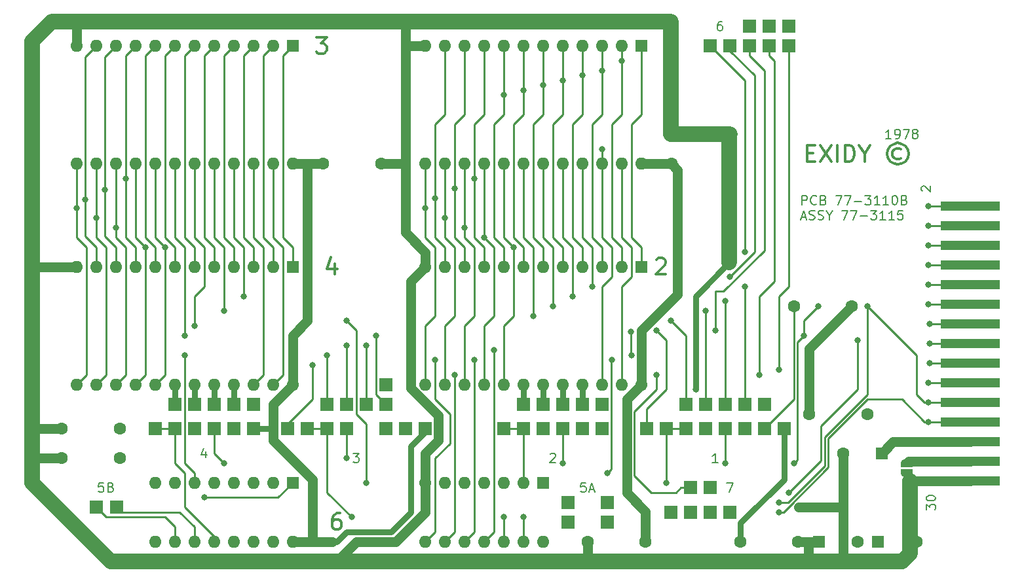
<source format=gtl>
G04 #@! TF.GenerationSoftware,KiCad,Pcbnew,(6.0.0)*
G04 #@! TF.CreationDate,2022-11-09T00:48:37-05:00*
G04 #@! TF.ProjectId,Sorcerer Rom Pack,536f7263-6572-4657-9220-526f6d205061,rev?*
G04 #@! TF.SameCoordinates,Original*
G04 #@! TF.FileFunction,Copper,L1,Top*
G04 #@! TF.FilePolarity,Positive*
%FSLAX46Y46*%
G04 Gerber Fmt 4.6, Leading zero omitted, Abs format (unit mm)*
G04 Created by KiCad (PCBNEW (6.0.0)) date 2022-11-09 00:48:37*
%MOMM*%
%LPD*%
G01*
G04 APERTURE LIST*
G04 Aperture macros list*
%AMFreePoly0*
4,1,22,0.500000,-0.750000,0.000000,-0.750000,0.000000,-0.745033,-0.079941,-0.743568,-0.215256,-0.701293,-0.333266,-0.622738,-0.424486,-0.514219,-0.481581,-0.384460,-0.499164,-0.250000,-0.500000,-0.250000,-0.500000,0.250000,-0.499164,0.250000,-0.499963,0.256109,-0.478152,0.396186,-0.417904,0.524511,-0.324060,0.630769,-0.204165,0.706417,-0.067858,0.745374,0.000000,0.744959,0.000000,0.750000,
0.500000,0.750000,0.500000,-0.750000,0.500000,-0.750000,$1*%
%AMFreePoly1*
4,1,20,0.000000,0.744959,0.073905,0.744508,0.209726,0.703889,0.328688,0.626782,0.421226,0.519385,0.479903,0.390333,0.500000,0.250000,0.500000,-0.250000,0.499851,-0.262216,0.476331,-0.402017,0.414519,-0.529596,0.319384,-0.634700,0.198574,-0.708877,0.061801,-0.746166,0.000000,-0.745033,0.000000,-0.750000,-0.500000,-0.750000,-0.500000,0.750000,0.000000,0.750000,0.000000,0.744959,
0.000000,0.744959,$1*%
G04 Aperture macros list end*
%ADD10C,0.200000*%
G04 #@! TA.AperFunction,NonConductor*
%ADD11C,0.200000*%
G04 #@! TD*
%ADD12C,0.350000*%
G04 #@! TA.AperFunction,NonConductor*
%ADD13C,0.350000*%
G04 #@! TD*
G04 #@! TA.AperFunction,ComponentPad*
%ADD14R,1.700000X1.700000*%
G04 #@! TD*
G04 #@! TA.AperFunction,ComponentPad*
%ADD15R,1.600000X1.600000*%
G04 #@! TD*
G04 #@! TA.AperFunction,ComponentPad*
%ADD16O,1.600000X1.600000*%
G04 #@! TD*
G04 #@! TA.AperFunction,ConnectorPad*
%ADD17R,7.600000X1.270000*%
G04 #@! TD*
G04 #@! TA.AperFunction,ComponentPad*
%ADD18C,1.600000*%
G04 #@! TD*
G04 #@! TA.AperFunction,SMDPad,CuDef*
%ADD19FreePoly0,90.000000*%
G04 #@! TD*
G04 #@! TA.AperFunction,SMDPad,CuDef*
%ADD20FreePoly1,90.000000*%
G04 #@! TD*
G04 #@! TA.AperFunction,ViaPad*
%ADD21C,0.800000*%
G04 #@! TD*
G04 #@! TA.AperFunction,Conductor*
%ADD22C,0.800000*%
G04 #@! TD*
G04 #@! TA.AperFunction,Conductor*
%ADD23C,1.270000*%
G04 #@! TD*
G04 #@! TA.AperFunction,Conductor*
%ADD24C,0.250000*%
G04 #@! TD*
G04 #@! TA.AperFunction,Conductor*
%ADD25C,2.000000*%
G04 #@! TD*
G04 APERTURE END LIST*
D10*
D11*
X171230714Y-95461857D02*
X171230714Y-94261857D01*
X171687857Y-94261857D01*
X171802142Y-94319000D01*
X171859285Y-94376142D01*
X171916428Y-94490428D01*
X171916428Y-94661857D01*
X171859285Y-94776142D01*
X171802142Y-94833285D01*
X171687857Y-94890428D01*
X171230714Y-94890428D01*
X173116428Y-95347571D02*
X173059285Y-95404714D01*
X172887857Y-95461857D01*
X172773571Y-95461857D01*
X172602142Y-95404714D01*
X172487857Y-95290428D01*
X172430714Y-95176142D01*
X172373571Y-94947571D01*
X172373571Y-94776142D01*
X172430714Y-94547571D01*
X172487857Y-94433285D01*
X172602142Y-94319000D01*
X172773571Y-94261857D01*
X172887857Y-94261857D01*
X173059285Y-94319000D01*
X173116428Y-94376142D01*
X174030714Y-94833285D02*
X174202142Y-94890428D01*
X174259285Y-94947571D01*
X174316428Y-95061857D01*
X174316428Y-95233285D01*
X174259285Y-95347571D01*
X174202142Y-95404714D01*
X174087857Y-95461857D01*
X173630714Y-95461857D01*
X173630714Y-94261857D01*
X174030714Y-94261857D01*
X174145000Y-94319000D01*
X174202142Y-94376142D01*
X174259285Y-94490428D01*
X174259285Y-94604714D01*
X174202142Y-94719000D01*
X174145000Y-94776142D01*
X174030714Y-94833285D01*
X173630714Y-94833285D01*
X175630714Y-94261857D02*
X176430714Y-94261857D01*
X175916428Y-95461857D01*
X176773571Y-94261857D02*
X177573571Y-94261857D01*
X177059285Y-95461857D01*
X178030714Y-95004714D02*
X178945000Y-95004714D01*
X179402142Y-94261857D02*
X180145000Y-94261857D01*
X179745000Y-94719000D01*
X179916428Y-94719000D01*
X180030714Y-94776142D01*
X180087857Y-94833285D01*
X180145000Y-94947571D01*
X180145000Y-95233285D01*
X180087857Y-95347571D01*
X180030714Y-95404714D01*
X179916428Y-95461857D01*
X179573571Y-95461857D01*
X179459285Y-95404714D01*
X179402142Y-95347571D01*
X181287857Y-95461857D02*
X180602142Y-95461857D01*
X180945000Y-95461857D02*
X180945000Y-94261857D01*
X180830714Y-94433285D01*
X180716428Y-94547571D01*
X180602142Y-94604714D01*
X182430714Y-95461857D02*
X181745000Y-95461857D01*
X182087857Y-95461857D02*
X182087857Y-94261857D01*
X181973571Y-94433285D01*
X181859285Y-94547571D01*
X181745000Y-94604714D01*
X183173571Y-94261857D02*
X183287857Y-94261857D01*
X183402142Y-94319000D01*
X183459285Y-94376142D01*
X183516428Y-94490428D01*
X183573571Y-94719000D01*
X183573571Y-95004714D01*
X183516428Y-95233285D01*
X183459285Y-95347571D01*
X183402142Y-95404714D01*
X183287857Y-95461857D01*
X183173571Y-95461857D01*
X183059285Y-95404714D01*
X183002142Y-95347571D01*
X182945000Y-95233285D01*
X182887857Y-95004714D01*
X182887857Y-94719000D01*
X182945000Y-94490428D01*
X183002142Y-94376142D01*
X183059285Y-94319000D01*
X183173571Y-94261857D01*
X184487857Y-94833285D02*
X184659285Y-94890428D01*
X184716428Y-94947571D01*
X184773571Y-95061857D01*
X184773571Y-95233285D01*
X184716428Y-95347571D01*
X184659285Y-95404714D01*
X184545000Y-95461857D01*
X184087857Y-95461857D01*
X184087857Y-94261857D01*
X184487857Y-94261857D01*
X184602142Y-94319000D01*
X184659285Y-94376142D01*
X184716428Y-94490428D01*
X184716428Y-94604714D01*
X184659285Y-94719000D01*
X184602142Y-94776142D01*
X184487857Y-94833285D01*
X184087857Y-94833285D01*
X171173571Y-97051000D02*
X171745000Y-97051000D01*
X171059285Y-97393857D02*
X171459285Y-96193857D01*
X171859285Y-97393857D01*
X172202142Y-97336714D02*
X172373571Y-97393857D01*
X172659285Y-97393857D01*
X172773571Y-97336714D01*
X172830714Y-97279571D01*
X172887857Y-97165285D01*
X172887857Y-97051000D01*
X172830714Y-96936714D01*
X172773571Y-96879571D01*
X172659285Y-96822428D01*
X172430714Y-96765285D01*
X172316428Y-96708142D01*
X172259285Y-96651000D01*
X172202142Y-96536714D01*
X172202142Y-96422428D01*
X172259285Y-96308142D01*
X172316428Y-96251000D01*
X172430714Y-96193857D01*
X172716428Y-96193857D01*
X172887857Y-96251000D01*
X173345000Y-97336714D02*
X173516428Y-97393857D01*
X173802142Y-97393857D01*
X173916428Y-97336714D01*
X173973571Y-97279571D01*
X174030714Y-97165285D01*
X174030714Y-97051000D01*
X173973571Y-96936714D01*
X173916428Y-96879571D01*
X173802142Y-96822428D01*
X173573571Y-96765285D01*
X173459285Y-96708142D01*
X173402142Y-96651000D01*
X173345000Y-96536714D01*
X173345000Y-96422428D01*
X173402142Y-96308142D01*
X173459285Y-96251000D01*
X173573571Y-96193857D01*
X173859285Y-96193857D01*
X174030714Y-96251000D01*
X174773571Y-96822428D02*
X174773571Y-97393857D01*
X174373571Y-96193857D02*
X174773571Y-96822428D01*
X175173571Y-96193857D01*
X176373571Y-96193857D02*
X177173571Y-96193857D01*
X176659285Y-97393857D01*
X177516428Y-96193857D02*
X178316428Y-96193857D01*
X177802142Y-97393857D01*
X178773571Y-96936714D02*
X179687857Y-96936714D01*
X180145000Y-96193857D02*
X180887857Y-96193857D01*
X180487857Y-96651000D01*
X180659285Y-96651000D01*
X180773571Y-96708142D01*
X180830714Y-96765285D01*
X180887857Y-96879571D01*
X180887857Y-97165285D01*
X180830714Y-97279571D01*
X180773571Y-97336714D01*
X180659285Y-97393857D01*
X180316428Y-97393857D01*
X180202142Y-97336714D01*
X180145000Y-97279571D01*
X182030714Y-97393857D02*
X181345000Y-97393857D01*
X181687857Y-97393857D02*
X181687857Y-96193857D01*
X181573571Y-96365285D01*
X181459285Y-96479571D01*
X181345000Y-96536714D01*
X183173571Y-97393857D02*
X182487857Y-97393857D01*
X182830714Y-97393857D02*
X182830714Y-96193857D01*
X182716428Y-96365285D01*
X182602142Y-96479571D01*
X182487857Y-96536714D01*
X184259285Y-96193857D02*
X183687857Y-96193857D01*
X183630714Y-96765285D01*
X183687857Y-96708142D01*
X183802142Y-96651000D01*
X184087857Y-96651000D01*
X184202142Y-96708142D01*
X184259285Y-96765285D01*
X184316428Y-96879571D01*
X184316428Y-97165285D01*
X184259285Y-97279571D01*
X184202142Y-97336714D01*
X184087857Y-97393857D01*
X183802142Y-97393857D01*
X183687857Y-97336714D01*
X183630714Y-97279571D01*
D10*
D11*
X186782142Y-93687857D02*
X186725000Y-93630714D01*
X186667857Y-93516428D01*
X186667857Y-93230714D01*
X186725000Y-93116428D01*
X186782142Y-93059285D01*
X186896428Y-93002142D01*
X187010714Y-93002142D01*
X187182142Y-93059285D01*
X187867857Y-93745000D01*
X187867857Y-93002142D01*
D12*
D13*
X108520000Y-73780000D02*
X109820000Y-73780000D01*
X109120000Y-74580000D01*
X109420000Y-74580000D01*
X109620000Y-74680000D01*
X109720000Y-74780000D01*
X109820000Y-74980000D01*
X109820000Y-75480000D01*
X109720000Y-75680000D01*
X109620000Y-75780000D01*
X109420000Y-75880000D01*
X108820000Y-75880000D01*
X108620000Y-75780000D01*
X108520000Y-75680000D01*
D10*
D11*
X80965714Y-131422857D02*
X80394285Y-131422857D01*
X80337142Y-131994285D01*
X80394285Y-131937142D01*
X80508571Y-131880000D01*
X80794285Y-131880000D01*
X80908571Y-131937142D01*
X80965714Y-131994285D01*
X81022857Y-132108571D01*
X81022857Y-132394285D01*
X80965714Y-132508571D01*
X80908571Y-132565714D01*
X80794285Y-132622857D01*
X80508571Y-132622857D01*
X80394285Y-132565714D01*
X80337142Y-132508571D01*
X81937142Y-131994285D02*
X82108571Y-132051428D01*
X82165714Y-132108571D01*
X82222857Y-132222857D01*
X82222857Y-132394285D01*
X82165714Y-132508571D01*
X82108571Y-132565714D01*
X81994285Y-132622857D01*
X81537142Y-132622857D01*
X81537142Y-131422857D01*
X81937142Y-131422857D01*
X82051428Y-131480000D01*
X82108571Y-131537142D01*
X82165714Y-131651428D01*
X82165714Y-131765714D01*
X82108571Y-131880000D01*
X82051428Y-131937142D01*
X81937142Y-131994285D01*
X81537142Y-131994285D01*
D12*
D13*
X171935000Y-88750000D02*
X172635000Y-88750000D01*
X172935000Y-89850000D02*
X171935000Y-89850000D01*
X171935000Y-87750000D01*
X172935000Y-87750000D01*
X173635000Y-87750000D02*
X175035000Y-89850000D01*
X175035000Y-87750000D02*
X173635000Y-89850000D01*
X175835000Y-89850000D02*
X175835000Y-87750000D01*
X176835000Y-89850000D02*
X176835000Y-87750000D01*
X177335000Y-87750000D01*
X177635000Y-87850000D01*
X177835000Y-88050000D01*
X177935000Y-88250000D01*
X178035000Y-88650000D01*
X178035000Y-88950000D01*
X177935000Y-89350000D01*
X177835000Y-89550000D01*
X177635000Y-89750000D01*
X177335000Y-89850000D01*
X176835000Y-89850000D01*
X179335000Y-88850000D02*
X179335000Y-89850000D01*
X178635000Y-87750000D02*
X179335000Y-88850000D01*
X180035000Y-87750000D01*
X184035000Y-88250000D02*
X183835000Y-88150000D01*
X183435000Y-88150000D01*
X183235000Y-88250000D01*
X183035000Y-88450000D01*
X182935000Y-88650000D01*
X182935000Y-89050000D01*
X183035000Y-89250000D01*
X183235000Y-89450000D01*
X183435000Y-89550000D01*
X183835000Y-89550000D01*
X184035000Y-89450000D01*
X183635000Y-87450000D02*
X183135000Y-87550000D01*
X182635000Y-87850000D01*
X182335000Y-88350000D01*
X182235000Y-88850000D01*
X182335000Y-89350000D01*
X182635000Y-89850000D01*
X183135000Y-90150000D01*
X183635000Y-90250000D01*
X184135000Y-90150000D01*
X184635000Y-89850000D01*
X184935000Y-89350000D01*
X185035000Y-88850000D01*
X184935000Y-88350000D01*
X184635000Y-87850000D01*
X184135000Y-87550000D01*
X183635000Y-87450000D01*
D12*
D13*
X110890000Y-103050000D02*
X110890000Y-104450000D01*
X110390000Y-102250000D02*
X109890000Y-103750000D01*
X111190000Y-103750000D01*
D12*
D13*
X152435000Y-102555000D02*
X152535000Y-102455000D01*
X152735000Y-102355000D01*
X153235000Y-102355000D01*
X153435000Y-102455000D01*
X153535000Y-102555000D01*
X153635000Y-102755000D01*
X153635000Y-102955000D01*
X153535000Y-103255000D01*
X152335000Y-104455000D01*
X153635000Y-104455000D01*
D10*
D11*
X160883571Y-71732857D02*
X160655000Y-71732857D01*
X160540714Y-71790000D01*
X160483571Y-71847142D01*
X160369285Y-72018571D01*
X160312142Y-72247142D01*
X160312142Y-72704285D01*
X160369285Y-72818571D01*
X160426428Y-72875714D01*
X160540714Y-72932857D01*
X160769285Y-72932857D01*
X160883571Y-72875714D01*
X160940714Y-72818571D01*
X160997857Y-72704285D01*
X160997857Y-72418571D01*
X160940714Y-72304285D01*
X160883571Y-72247142D01*
X160769285Y-72190000D01*
X160540714Y-72190000D01*
X160426428Y-72247142D01*
X160369285Y-72304285D01*
X160312142Y-72418571D01*
D10*
D11*
X160362857Y-128812857D02*
X159677142Y-128812857D01*
X160020000Y-128812857D02*
X160020000Y-127612857D01*
X159905714Y-127784285D01*
X159791428Y-127898571D01*
X159677142Y-127955714D01*
D10*
D11*
X182778571Y-86902857D02*
X182092857Y-86902857D01*
X182435714Y-86902857D02*
X182435714Y-85702857D01*
X182321428Y-85874285D01*
X182207142Y-85988571D01*
X182092857Y-86045714D01*
X183350000Y-86902857D02*
X183578571Y-86902857D01*
X183692857Y-86845714D01*
X183750000Y-86788571D01*
X183864285Y-86617142D01*
X183921428Y-86388571D01*
X183921428Y-85931428D01*
X183864285Y-85817142D01*
X183807142Y-85760000D01*
X183692857Y-85702857D01*
X183464285Y-85702857D01*
X183350000Y-85760000D01*
X183292857Y-85817142D01*
X183235714Y-85931428D01*
X183235714Y-86217142D01*
X183292857Y-86331428D01*
X183350000Y-86388571D01*
X183464285Y-86445714D01*
X183692857Y-86445714D01*
X183807142Y-86388571D01*
X183864285Y-86331428D01*
X183921428Y-86217142D01*
X184321428Y-85702857D02*
X185121428Y-85702857D01*
X184607142Y-86902857D01*
X185750000Y-86217142D02*
X185635714Y-86160000D01*
X185578571Y-86102857D01*
X185521428Y-85988571D01*
X185521428Y-85931428D01*
X185578571Y-85817142D01*
X185635714Y-85760000D01*
X185750000Y-85702857D01*
X185978571Y-85702857D01*
X186092857Y-85760000D01*
X186150000Y-85817142D01*
X186207142Y-85931428D01*
X186207142Y-85988571D01*
X186150000Y-86102857D01*
X186092857Y-86160000D01*
X185978571Y-86217142D01*
X185750000Y-86217142D01*
X185635714Y-86274285D01*
X185578571Y-86331428D01*
X185521428Y-86445714D01*
X185521428Y-86674285D01*
X185578571Y-86788571D01*
X185635714Y-86845714D01*
X185750000Y-86902857D01*
X185978571Y-86902857D01*
X186092857Y-86845714D01*
X186150000Y-86788571D01*
X186207142Y-86674285D01*
X186207142Y-86445714D01*
X186150000Y-86331428D01*
X186092857Y-86274285D01*
X185978571Y-86217142D01*
D10*
D11*
X113265000Y-127612857D02*
X114007857Y-127612857D01*
X113607857Y-128070000D01*
X113779285Y-128070000D01*
X113893571Y-128127142D01*
X113950714Y-128184285D01*
X114007857Y-128298571D01*
X114007857Y-128584285D01*
X113950714Y-128698571D01*
X113893571Y-128755714D01*
X113779285Y-128812857D01*
X113436428Y-128812857D01*
X113322142Y-128755714D01*
X113265000Y-128698571D01*
D10*
D11*
X138722142Y-127727142D02*
X138779285Y-127670000D01*
X138893571Y-127612857D01*
X139179285Y-127612857D01*
X139293571Y-127670000D01*
X139350714Y-127727142D01*
X139407857Y-127841428D01*
X139407857Y-127955714D01*
X139350714Y-128127142D01*
X138665000Y-128812857D01*
X139407857Y-128812857D01*
D12*
D13*
X111525000Y-135375000D02*
X111125000Y-135375000D01*
X110925000Y-135475000D01*
X110825000Y-135575000D01*
X110625000Y-135875000D01*
X110525000Y-136275000D01*
X110525000Y-137075000D01*
X110625000Y-137275000D01*
X110725000Y-137375000D01*
X110925000Y-137475000D01*
X111325000Y-137475000D01*
X111525000Y-137375000D01*
X111625000Y-137275000D01*
X111725000Y-137075000D01*
X111725000Y-136575000D01*
X111625000Y-136375000D01*
X111525000Y-136275000D01*
X111325000Y-136175000D01*
X110925000Y-136175000D01*
X110725000Y-136275000D01*
X110625000Y-136375000D01*
X110525000Y-136575000D01*
D10*
D11*
X161525000Y-131422857D02*
X162325000Y-131422857D01*
X161810714Y-132622857D01*
D10*
D11*
X143281428Y-131422857D02*
X142710000Y-131422857D01*
X142652857Y-131994285D01*
X142710000Y-131937142D01*
X142824285Y-131880000D01*
X143110000Y-131880000D01*
X143224285Y-131937142D01*
X143281428Y-131994285D01*
X143338571Y-132108571D01*
X143338571Y-132394285D01*
X143281428Y-132508571D01*
X143224285Y-132565714D01*
X143110000Y-132622857D01*
X142824285Y-132622857D01*
X142710000Y-132565714D01*
X142652857Y-132508571D01*
X143795714Y-132280000D02*
X144367142Y-132280000D01*
X143681428Y-132622857D02*
X144081428Y-131422857D01*
X144481428Y-132622857D01*
D10*
D11*
X94208571Y-127377857D02*
X94208571Y-128177857D01*
X93922857Y-126920714D02*
X93637142Y-127777857D01*
X94380000Y-127777857D01*
D10*
D11*
X187302857Y-134956428D02*
X187302857Y-134213571D01*
X187760000Y-134613571D01*
X187760000Y-134442142D01*
X187817142Y-134327857D01*
X187874285Y-134270714D01*
X187988571Y-134213571D01*
X188274285Y-134213571D01*
X188388571Y-134270714D01*
X188445714Y-134327857D01*
X188502857Y-134442142D01*
X188502857Y-134785000D01*
X188445714Y-134899285D01*
X188388571Y-134956428D01*
X187302857Y-133470714D02*
X187302857Y-133356428D01*
X187360000Y-133242142D01*
X187417142Y-133185000D01*
X187531428Y-133127857D01*
X187760000Y-133070714D01*
X188045714Y-133070714D01*
X188274285Y-133127857D01*
X188388571Y-133185000D01*
X188445714Y-133242142D01*
X188502857Y-133356428D01*
X188502857Y-133470714D01*
X188445714Y-133585000D01*
X188388571Y-133642142D01*
X188274285Y-133699285D01*
X188045714Y-133756428D01*
X187760000Y-133756428D01*
X187531428Y-133699285D01*
X187417142Y-133642142D01*
X187360000Y-133585000D01*
X187302857Y-133470714D01*
D14*
X100330000Y-121285000D03*
X161925000Y-74930000D03*
X146050000Y-136525000D03*
X100330000Y-124460000D03*
D15*
X105410000Y-131445000D03*
D16*
X102870000Y-131445000D03*
X100330000Y-131445000D03*
X97790000Y-131445000D03*
X95250000Y-131445000D03*
X92710000Y-131445000D03*
X90170000Y-131445000D03*
X87630000Y-131445000D03*
X87630000Y-139065000D03*
X90170000Y-139065000D03*
X92710000Y-139065000D03*
X95250000Y-139065000D03*
X97790000Y-139065000D03*
X100330000Y-139065000D03*
X102870000Y-139065000D03*
X105410000Y-139065000D03*
D14*
X140970000Y-136525000D03*
X97790000Y-124460000D03*
X161290000Y-121285000D03*
X140335000Y-121285000D03*
X153670000Y-124460000D03*
D17*
X192985000Y-95660000D03*
X192985000Y-98200000D03*
X192985000Y-100740000D03*
X192985000Y-103280000D03*
X192985000Y-105820000D03*
X192985000Y-108360000D03*
X192985000Y-110900000D03*
X192985000Y-113440000D03*
X192985000Y-115980000D03*
X192985000Y-118520000D03*
X192985000Y-121060000D03*
X192985000Y-123600000D03*
X192985000Y-126140000D03*
X192985000Y-128680000D03*
X192985000Y-131220000D03*
D14*
X122555000Y-124460000D03*
D15*
X150500000Y-74925000D03*
D16*
X147960000Y-74925000D03*
X145420000Y-74925000D03*
X142880000Y-74925000D03*
X140340000Y-74925000D03*
X137800000Y-74925000D03*
X135260000Y-74925000D03*
X132720000Y-74925000D03*
X130180000Y-74925000D03*
X127640000Y-74925000D03*
X125100000Y-74925000D03*
X122560000Y-74925000D03*
X122560000Y-90165000D03*
X125100000Y-90165000D03*
X127640000Y-90165000D03*
X130180000Y-90165000D03*
X132720000Y-90165000D03*
X135260000Y-90165000D03*
X137800000Y-90165000D03*
X140340000Y-90165000D03*
X142880000Y-90165000D03*
X145420000Y-90165000D03*
X147960000Y-90165000D03*
X150500000Y-90165000D03*
D14*
X82695000Y-134620000D03*
X164465000Y-72390000D03*
X159385000Y-132080000D03*
X166370000Y-121285000D03*
D18*
X83065000Y-124460000D03*
X75565000Y-124460000D03*
D14*
X135255000Y-124460000D03*
X145415000Y-124460000D03*
X87630000Y-124460000D03*
X167005000Y-74930000D03*
X117475000Y-121285000D03*
D18*
X177680000Y-108585000D03*
X170180000Y-108585000D03*
D14*
X163830000Y-124460000D03*
X95250000Y-121285000D03*
X166370000Y-124460000D03*
X92710000Y-124460000D03*
X112395000Y-121285000D03*
X104775000Y-124460000D03*
X142875000Y-121285000D03*
X92710000Y-121285000D03*
X90170000Y-124460000D03*
X156845000Y-135255000D03*
X90170000Y-121285000D03*
X117475000Y-118745000D03*
X132715000Y-124460000D03*
X151130000Y-124460000D03*
X140970000Y-133985000D03*
X135255000Y-121285000D03*
X137795000Y-121285000D03*
X156845000Y-132080000D03*
X142875000Y-124460000D03*
D15*
X105410000Y-103500000D03*
D16*
X102870000Y-103500000D03*
X100330000Y-103500000D03*
X97790000Y-103500000D03*
X95250000Y-103500000D03*
X92710000Y-103500000D03*
X90170000Y-103500000D03*
X87630000Y-103500000D03*
X85090000Y-103500000D03*
X82550000Y-103500000D03*
X80010000Y-103500000D03*
X77470000Y-103500000D03*
X77470000Y-118740000D03*
X80010000Y-118740000D03*
X82550000Y-118740000D03*
X85090000Y-118740000D03*
X87630000Y-118740000D03*
X90170000Y-118740000D03*
X92710000Y-118740000D03*
X95250000Y-118740000D03*
X97790000Y-118740000D03*
X100330000Y-118740000D03*
X102870000Y-118740000D03*
X105410000Y-118740000D03*
D14*
X114935000Y-121285000D03*
X168910000Y-124460000D03*
X140335000Y-124460000D03*
X109855000Y-121285000D03*
X159385000Y-74930000D03*
X154305000Y-135255000D03*
X161290000Y-124460000D03*
X137795000Y-124460000D03*
D18*
X154365000Y-90170000D03*
X161865000Y-90170000D03*
D14*
X117475000Y-124460000D03*
X156210000Y-121285000D03*
X167005000Y-72390000D03*
X95250000Y-124460000D03*
X146050000Y-133985000D03*
X112395000Y-124460000D03*
X158750000Y-121285000D03*
X163830000Y-121285000D03*
X109855000Y-124460000D03*
X145415000Y-121285000D03*
D15*
X137800000Y-131455000D03*
D16*
X135260000Y-131455000D03*
X132720000Y-131455000D03*
X130180000Y-131455000D03*
X127640000Y-131455000D03*
X125100000Y-131455000D03*
X122560000Y-131455000D03*
X122560000Y-139075000D03*
X125100000Y-139075000D03*
X127640000Y-139075000D03*
X130180000Y-139075000D03*
X132720000Y-139075000D03*
X135260000Y-139075000D03*
X137800000Y-139075000D03*
D14*
X169545000Y-72390000D03*
X80010000Y-134620000D03*
D15*
X173395000Y-139065000D03*
D18*
X178395000Y-139065000D03*
X109340000Y-90170000D03*
X116840000Y-90170000D03*
D14*
X156210000Y-124460000D03*
X159385000Y-135255000D03*
D19*
X184785000Y-130190000D03*
D20*
X184785000Y-128890000D03*
D14*
X161925000Y-135255000D03*
X107315000Y-124460000D03*
D15*
X105410000Y-74930000D03*
D16*
X102870000Y-74930000D03*
X100330000Y-74930000D03*
X97790000Y-74930000D03*
X95250000Y-74930000D03*
X92710000Y-74930000D03*
X90170000Y-74930000D03*
X87630000Y-74930000D03*
X85090000Y-74930000D03*
X82550000Y-74930000D03*
X80010000Y-74930000D03*
X77470000Y-74930000D03*
X77470000Y-90170000D03*
X80010000Y-90170000D03*
X82550000Y-90170000D03*
X85090000Y-90170000D03*
X87630000Y-90170000D03*
X90170000Y-90170000D03*
X92710000Y-90170000D03*
X95250000Y-90170000D03*
X97790000Y-90170000D03*
X100330000Y-90170000D03*
X102870000Y-90170000D03*
X105410000Y-90170000D03*
D18*
X179705000Y-122555000D03*
X172205000Y-122555000D03*
D14*
X120015000Y-124460000D03*
D15*
X181530000Y-127635000D03*
D18*
X176530000Y-127635000D03*
D14*
X97790000Y-121285000D03*
D15*
X181015000Y-139065000D03*
D18*
X186015000Y-139065000D03*
X151010000Y-139065000D03*
X143510000Y-139065000D03*
X75565000Y-128270000D03*
X83065000Y-128270000D03*
D14*
X158750000Y-124460000D03*
D15*
X150500000Y-103500000D03*
D16*
X147960000Y-103500000D03*
X145420000Y-103500000D03*
X142880000Y-103500000D03*
X140340000Y-103500000D03*
X137800000Y-103500000D03*
X135260000Y-103500000D03*
X132720000Y-103500000D03*
X130180000Y-103500000D03*
X127640000Y-103500000D03*
X125100000Y-103500000D03*
X122560000Y-103500000D03*
X122560000Y-118740000D03*
X125100000Y-118740000D03*
X127640000Y-118740000D03*
X130180000Y-118740000D03*
X132720000Y-118740000D03*
X135260000Y-118740000D03*
X137800000Y-118740000D03*
X140340000Y-118740000D03*
X142880000Y-118740000D03*
X145420000Y-118740000D03*
X147960000Y-118740000D03*
X150500000Y-118740000D03*
D14*
X169545000Y-74930000D03*
D18*
X163255000Y-139065000D03*
X170755000Y-139065000D03*
D14*
X164465000Y-74930000D03*
D21*
X155164999Y-103280001D03*
X148590000Y-124460000D03*
X110490000Y-139065000D03*
X178435000Y-113030000D03*
X169545000Y-132715000D03*
X131445000Y-114300000D03*
X187550000Y-121060000D03*
X168275000Y-133985000D03*
X163830000Y-101600000D03*
X179705000Y-108585000D03*
X187550000Y-123600000D03*
X168275000Y-116840000D03*
X168275000Y-135255000D03*
X173355000Y-108585000D03*
X161925000Y-104775000D03*
X140335000Y-128905000D03*
X170180000Y-128905000D03*
X96520000Y-128905000D03*
X187550000Y-118520000D03*
X161290000Y-128905000D03*
X171450000Y-112395000D03*
X112395000Y-128270000D03*
X160020000Y-111760000D03*
X107950000Y-116205000D03*
X152400000Y-111760000D03*
X165735000Y-117475000D03*
X153670000Y-131445000D03*
X147960000Y-76830000D03*
X187550000Y-95660000D03*
X145420000Y-78100000D03*
X142880000Y-78735000D03*
X187550000Y-98200000D03*
X137800000Y-80005000D03*
X187550000Y-100740000D03*
X187550000Y-103280000D03*
X132720000Y-81275000D03*
X145420000Y-88260000D03*
X187550000Y-105820000D03*
X128905000Y-92075000D03*
X83820000Y-92075000D03*
X126365000Y-93345000D03*
X187550000Y-108360000D03*
X81134511Y-93490489D03*
X78594511Y-94760489D03*
X123825000Y-94615000D03*
X122560000Y-95885000D03*
X187735000Y-110900000D03*
X77470000Y-95885000D03*
X80010000Y-97155000D03*
X125100000Y-97155000D03*
X82550000Y-98425000D03*
X187735000Y-113440000D03*
X127635000Y-98425000D03*
X86360000Y-100965000D03*
X130180000Y-99700000D03*
X187735000Y-115980000D03*
X133985000Y-100965000D03*
X88900000Y-100965000D03*
X149135489Y-111849511D03*
X149225000Y-114935000D03*
X114935000Y-131445000D03*
X112395000Y-110490000D03*
X132720000Y-135885000D03*
X163830000Y-106045000D03*
X144145000Y-106045000D03*
X123825000Y-115570000D03*
X91440000Y-114935000D03*
X113030000Y-135890000D03*
X140340000Y-79370000D03*
X135260000Y-80640000D03*
X170815000Y-134620000D03*
X120650000Y-118110000D03*
X116205000Y-139065000D03*
X157480000Y-119380000D03*
X161865000Y-102930000D03*
X161290000Y-107950000D03*
X141605000Y-107315000D03*
X139065000Y-108585000D03*
X158750000Y-109220000D03*
X154305000Y-110490000D03*
X136525000Y-109855000D03*
X114935000Y-113665000D03*
X96520000Y-109220000D03*
X112395000Y-113665000D03*
X92710000Y-111125000D03*
X91440000Y-112395000D03*
X109855000Y-114935000D03*
X99060000Y-107315000D03*
X116205000Y-112395000D03*
X152400000Y-117475000D03*
X126365000Y-117475000D03*
X146050000Y-130175000D03*
X146685000Y-115570000D03*
X128905000Y-115570000D03*
X93980000Y-133350000D03*
X135260000Y-135885000D03*
D22*
X163255000Y-136644511D02*
X163255000Y-139065000D01*
D23*
X150500000Y-118740000D02*
X148590000Y-120650000D01*
D22*
X168910000Y-130989511D02*
X163255000Y-136644511D01*
D23*
X107950000Y-139065000D02*
X105410000Y-139065000D01*
D22*
X120650000Y-126724022D02*
X120650000Y-135255000D01*
D23*
X148590000Y-132715000D02*
X151010000Y-135135000D01*
X151010000Y-135135000D02*
X151010000Y-139065000D01*
X107315000Y-90170000D02*
X107315000Y-110490000D01*
X154365000Y-90170000D02*
X155164999Y-90969999D01*
X105410000Y-112395000D02*
X105410000Y-118740000D01*
D22*
X112395000Y-137795000D02*
X111125000Y-139065000D01*
D23*
X107950000Y-131004022D02*
X107950000Y-139065000D01*
X155164999Y-103280001D02*
X155164999Y-107090001D01*
D22*
X100330000Y-124460000D02*
X102870000Y-124460000D01*
D23*
X107950000Y-139065000D02*
X110490000Y-139065000D01*
X107315000Y-90170000D02*
X109340000Y-90170000D01*
X150500000Y-111765000D02*
X150500000Y-118740000D01*
D22*
X118110000Y-137795000D02*
X112395000Y-137795000D01*
D23*
X155164999Y-107090001D02*
X150495000Y-111760000D01*
X155164999Y-90969999D02*
X155164999Y-103280001D01*
D22*
X168910000Y-124460000D02*
X168910000Y-130989511D01*
D23*
X105410000Y-118740000D02*
X102870000Y-121280000D01*
X102870000Y-124460000D02*
X102870000Y-125924022D01*
X154360000Y-90165000D02*
X154365000Y-90170000D01*
X105410000Y-90170000D02*
X107315000Y-90170000D01*
D22*
X120650000Y-135255000D02*
X118110000Y-137795000D01*
D23*
X150495000Y-111760000D02*
X150500000Y-111765000D01*
D22*
X122555000Y-124460000D02*
X122555000Y-124819022D01*
D23*
X148590000Y-120650000D02*
X148590000Y-132715000D01*
X102870000Y-121280000D02*
X102870000Y-124460000D01*
D22*
X111125000Y-139065000D02*
X110490000Y-139065000D01*
X122555000Y-124819022D02*
X120650000Y-126724022D01*
D23*
X107315000Y-110490000D02*
X105410000Y-112395000D01*
X150500000Y-90165000D02*
X154360000Y-90165000D01*
X102870000Y-125924022D02*
X107950000Y-131004022D01*
X192985000Y-128680000D02*
X185010000Y-128680000D01*
D24*
X170180000Y-108585000D02*
X170180000Y-120650000D01*
X170180000Y-120650000D02*
X166370000Y-124460000D01*
D23*
X192985000Y-126140000D02*
X183025000Y-126140000D01*
X183025000Y-126140000D02*
X181530000Y-127635000D01*
D24*
X173725960Y-128534040D02*
X173725960Y-124089040D01*
X131445000Y-137810000D02*
X130180000Y-139075000D01*
X131445000Y-114300000D02*
X131445000Y-137810000D01*
X169545000Y-132715000D02*
X173725960Y-128534040D01*
X173725960Y-124089040D02*
X178435000Y-119380000D01*
X178435000Y-119380000D02*
X178435000Y-113030000D01*
X169457316Y-133985000D02*
X174175480Y-129266836D01*
X186055000Y-120015000D02*
X186055000Y-114935000D01*
X174175480Y-129266836D02*
X174175480Y-125543802D01*
X187100000Y-121060000D02*
X186055000Y-120015000D01*
X179705000Y-120014282D02*
X179705000Y-108585000D01*
X159385000Y-74930000D02*
X163830000Y-79375000D01*
X192985000Y-121060000D02*
X187550000Y-121060000D01*
X187550000Y-121060000D02*
X187100000Y-121060000D01*
X174175480Y-125543802D02*
X179705000Y-120014282D01*
X163830000Y-79375000D02*
X163830000Y-99060000D01*
X163830000Y-99060000D02*
X163830000Y-101600000D01*
X186055000Y-114935000D02*
X179705000Y-108585000D01*
X168275000Y-133985000D02*
X169457316Y-133985000D01*
X174625000Y-129453034D02*
X174625000Y-125730000D01*
X168275000Y-107315000D02*
X168275000Y-116840000D01*
X187100000Y-123600000D02*
X187550000Y-123600000D01*
X179705000Y-120650000D02*
X184150000Y-120650000D01*
X192985000Y-123600000D02*
X187550000Y-123600000D01*
X168275000Y-135255000D02*
X168823034Y-135255000D01*
X169545000Y-106045000D02*
X168275000Y-107315000D01*
X169501517Y-134576517D02*
X174625000Y-129453034D01*
X169545000Y-74930000D02*
X169545000Y-106045000D01*
X168823034Y-135255000D02*
X169501517Y-134576517D01*
X184150000Y-120650000D02*
X187100000Y-123600000D01*
X174625000Y-125730000D02*
X179705000Y-120650000D01*
X112395000Y-124460000D02*
X112395000Y-128270000D01*
X95250000Y-127635000D02*
X96520000Y-128905000D01*
X95250000Y-124460000D02*
X95250000Y-127635000D01*
X171450000Y-110490000D02*
X173355000Y-108585000D01*
X165100000Y-101600000D02*
X165100000Y-100965000D01*
X171450000Y-111125000D02*
X171450000Y-110490000D01*
X170629520Y-113215480D02*
X171450000Y-112395000D01*
X161925000Y-104775000D02*
X165100000Y-101600000D01*
X165100000Y-78740000D02*
X165100000Y-100965000D01*
X171450000Y-112395000D02*
X171450000Y-111125000D01*
X161925000Y-74930000D02*
X161925000Y-75565000D01*
X170629520Y-128455480D02*
X170629520Y-113215480D01*
X192985000Y-118520000D02*
X187550000Y-118520000D01*
X161290000Y-128905000D02*
X161290000Y-124460000D01*
X140335000Y-124460000D02*
X140335000Y-128905000D01*
X170180000Y-128905000D02*
X170629520Y-128455480D01*
X161925000Y-75565000D02*
X165100000Y-78740000D01*
X151130000Y-124460000D02*
X151130000Y-121920000D01*
X164465000Y-74930000D02*
X164465000Y-76200000D01*
X153670000Y-113030000D02*
X152400000Y-111760000D01*
X161044614Y-106680000D02*
X160020000Y-106680000D01*
X160020000Y-106680000D02*
X160020000Y-111760000D01*
X104775000Y-124460000D02*
X104775000Y-123825000D01*
X151130000Y-121920000D02*
X153670000Y-119380000D01*
X153670000Y-119380000D02*
X153670000Y-114935000D01*
X164465000Y-76200000D02*
X166370000Y-78105000D01*
X166370000Y-101354614D02*
X161044614Y-106680000D01*
X153670000Y-114935000D02*
X153670000Y-113030000D01*
X104775000Y-123825000D02*
X107950000Y-120650000D01*
X166370000Y-78105000D02*
X166370000Y-101354614D01*
X107950000Y-120650000D02*
X107950000Y-116205000D01*
X167640000Y-105410000D02*
X165735000Y-107315000D01*
X167005000Y-74930000D02*
X167005000Y-76200000D01*
X165735000Y-107315000D02*
X165735000Y-117475000D01*
X167005000Y-76200000D02*
X167640000Y-76835000D01*
X167640000Y-76835000D02*
X167640000Y-105410000D01*
X153670000Y-124460000D02*
X153670000Y-131445000D01*
X156210000Y-124460000D02*
X153670000Y-124460000D01*
X150495000Y-102235000D02*
X150495000Y-100965000D01*
X105410000Y-103500000D02*
X105410000Y-100965000D01*
X149225000Y-85090000D02*
X149225000Y-99695000D01*
X150500000Y-103500000D02*
X150500000Y-102240000D01*
X150500000Y-74925000D02*
X150500000Y-83815000D01*
X104140000Y-76200000D02*
X105410000Y-74930000D01*
X150500000Y-83815000D02*
X149225000Y-85090000D01*
X150500000Y-102240000D02*
X150495000Y-102235000D01*
X105410000Y-100965000D02*
X104140000Y-99695000D01*
X150495000Y-100965000D02*
X149225000Y-99695000D01*
X104140000Y-99695000D02*
X104140000Y-76200000D01*
X101600000Y-76200000D02*
X101600000Y-99695000D01*
X147960000Y-103500000D02*
X147960000Y-102240000D01*
X102870000Y-100965000D02*
X102870000Y-103500000D01*
X147960000Y-74925000D02*
X147960000Y-76830000D01*
X192985000Y-95660000D02*
X187550000Y-95660000D01*
X147955000Y-100965000D02*
X146685000Y-99695000D01*
X147960000Y-76830000D02*
X147960000Y-83815000D01*
X101600000Y-99695000D02*
X102870000Y-100965000D01*
X147960000Y-83815000D02*
X146685000Y-85090000D01*
X146685000Y-99695000D02*
X146685000Y-85090000D01*
X102870000Y-74930000D02*
X101600000Y-76200000D01*
X147955000Y-102235000D02*
X147955000Y-100965000D01*
X147960000Y-102240000D02*
X147955000Y-102235000D01*
X99060000Y-76200000D02*
X100330000Y-74930000D01*
X99060000Y-99695000D02*
X99060000Y-76200000D01*
X145415000Y-100965000D02*
X144145000Y-99695000D01*
X145420000Y-83815000D02*
X144145000Y-85090000D01*
X145420000Y-102240000D02*
X145420000Y-103500000D01*
X144145000Y-85090000D02*
X144145000Y-99695000D01*
X145415000Y-102235000D02*
X145420000Y-102240000D01*
X100330000Y-103500000D02*
X100330000Y-100965000D01*
X145420000Y-78100000D02*
X145420000Y-83815000D01*
X145415000Y-102235000D02*
X145415000Y-100965000D01*
X145420000Y-74925000D02*
X145420000Y-78100000D01*
X100330000Y-100965000D02*
X99060000Y-99695000D01*
X142880000Y-83815000D02*
X141605000Y-85090000D01*
X97790000Y-74930000D02*
X96520000Y-76200000D01*
X142880000Y-103500000D02*
X142880000Y-102240000D01*
X142875000Y-100965000D02*
X141605000Y-99695000D01*
X96520000Y-99695000D02*
X97790000Y-100965000D01*
X142880000Y-78735000D02*
X142880000Y-83815000D01*
X192985000Y-98200000D02*
X187550000Y-98200000D01*
X142875000Y-102235000D02*
X142875000Y-100965000D01*
X96520000Y-76200000D02*
X96520000Y-99695000D01*
X97790000Y-100965000D02*
X97790000Y-103500000D01*
X142880000Y-102240000D02*
X142875000Y-102235000D01*
X142880000Y-74925000D02*
X142880000Y-78735000D01*
X141605000Y-99695000D02*
X141605000Y-85090000D01*
X137795000Y-102235000D02*
X137795000Y-100965000D01*
X92710000Y-100965000D02*
X92710000Y-103500000D01*
X137800000Y-80005000D02*
X137800000Y-83815000D01*
X137795000Y-100965000D02*
X136525000Y-99695000D01*
X192985000Y-100740000D02*
X187550000Y-100740000D01*
X92710000Y-74930000D02*
X91440000Y-76200000D01*
X137800000Y-102240000D02*
X137795000Y-102235000D01*
X91440000Y-99695000D02*
X92710000Y-100965000D01*
X91440000Y-76200000D02*
X91440000Y-99695000D01*
X137800000Y-103500000D02*
X137800000Y-102240000D01*
X136525000Y-99695000D02*
X136525000Y-85090000D01*
X137800000Y-83815000D02*
X136525000Y-85090000D01*
X137800000Y-74925000D02*
X137800000Y-80005000D01*
X132720000Y-83815000D02*
X131445000Y-85090000D01*
X132720000Y-103500000D02*
X132720000Y-102240000D01*
X132720000Y-81275000D02*
X132720000Y-83815000D01*
X132720000Y-74925000D02*
X132720000Y-81275000D01*
X131445000Y-99695000D02*
X131445000Y-85090000D01*
X132720000Y-102240000D02*
X132715000Y-102235000D01*
X86360000Y-76200000D02*
X86360000Y-99695000D01*
X86360000Y-99695000D02*
X87630000Y-100965000D01*
X132715000Y-100965000D02*
X131445000Y-99695000D01*
X87630000Y-100965000D02*
X87630000Y-103500000D01*
X87630000Y-74930000D02*
X86360000Y-76200000D01*
X192985000Y-103280000D02*
X187550000Y-103280000D01*
X132715000Y-102235000D02*
X132715000Y-100965000D01*
X145420000Y-90165000D02*
X145420000Y-88260000D01*
X145420000Y-106040000D02*
X146685000Y-104775000D01*
X146685000Y-100955000D02*
X145420000Y-99690000D01*
X100330000Y-90170000D02*
X100330000Y-99695000D01*
X100330000Y-99695000D02*
X101600000Y-100965000D01*
X145420000Y-99690000D02*
X145420000Y-90165000D01*
X146685000Y-104775000D02*
X146685000Y-100955000D01*
X145420000Y-118740000D02*
X145420000Y-106040000D01*
X101600000Y-100965000D02*
X101600000Y-117470000D01*
X101600000Y-117470000D02*
X100330000Y-118740000D01*
X102870000Y-99695000D02*
X104140000Y-100965000D01*
X147960000Y-106040000D02*
X149225000Y-104775000D01*
X104140000Y-100965000D02*
X104140000Y-117470000D01*
X192985000Y-105820000D02*
X187550000Y-105820000D01*
X102870000Y-90170000D02*
X102870000Y-99695000D01*
X104140000Y-117470000D02*
X102870000Y-118740000D01*
X147960000Y-99700000D02*
X147960000Y-90165000D01*
X149225000Y-104775000D02*
X149225000Y-100965000D01*
X147960000Y-118740000D02*
X147960000Y-106040000D01*
X149225000Y-100965000D02*
X147960000Y-99700000D01*
X83820000Y-92075000D02*
X83820000Y-76200000D01*
X130180000Y-74925000D02*
X130180000Y-83815000D01*
X85090000Y-103500000D02*
X85090000Y-100965000D01*
X83820000Y-93345000D02*
X83820000Y-92075000D01*
X85090000Y-100965000D02*
X83820000Y-99695000D01*
X130180000Y-102240000D02*
X130175000Y-102235000D01*
X83820000Y-76200000D02*
X85090000Y-74930000D01*
X130175000Y-100965000D02*
X128905000Y-99695000D01*
X128905000Y-92075000D02*
X128905000Y-85090000D01*
X130180000Y-103500000D02*
X130180000Y-102240000D01*
X130180000Y-83815000D02*
X128905000Y-85090000D01*
X83820000Y-99695000D02*
X83820000Y-93345000D01*
X130175000Y-102235000D02*
X130175000Y-100965000D01*
X128905000Y-99695000D02*
X128905000Y-92075000D01*
X127635000Y-100965000D02*
X126365000Y-99695000D01*
X127640000Y-103500000D02*
X127640000Y-102240000D01*
X81134511Y-99549511D02*
X81134511Y-94760489D01*
X81134511Y-76345489D02*
X82550000Y-74930000D01*
X127635000Y-102235000D02*
X127635000Y-100965000D01*
X127640000Y-83815000D02*
X126365000Y-85090000D01*
X126365000Y-99695000D02*
X126365000Y-85090000D01*
X127640000Y-74925000D02*
X127640000Y-83815000D01*
X192985000Y-108360000D02*
X189005000Y-108360000D01*
X127640000Y-102240000D02*
X127635000Y-102235000D01*
X82550000Y-103500000D02*
X82550000Y-100965000D01*
X81134511Y-93490489D02*
X81134511Y-76345489D01*
X189005000Y-108360000D02*
X187550000Y-108360000D01*
X81134511Y-94760489D02*
X81134511Y-93490489D01*
X82550000Y-100965000D02*
X81134511Y-99549511D01*
X125095000Y-102235000D02*
X125095000Y-100965000D01*
X123825000Y-99695000D02*
X123825000Y-85090000D01*
X125100000Y-83815000D02*
X123825000Y-85090000D01*
X78594511Y-99549511D02*
X78594511Y-96030489D01*
X125095000Y-100965000D02*
X123825000Y-99695000D01*
X78594511Y-96030489D02*
X78594511Y-94760489D01*
X78594511Y-76345489D02*
X80010000Y-74930000D01*
X80010000Y-100965000D02*
X78594511Y-99549511D01*
X125100000Y-74925000D02*
X125100000Y-83815000D01*
X125100000Y-103500000D02*
X125100000Y-102240000D01*
X80010000Y-103500000D02*
X80010000Y-100965000D01*
X78594511Y-94760489D02*
X78594511Y-76345489D01*
X125100000Y-102240000D02*
X125095000Y-102235000D01*
X123825000Y-109855000D02*
X123825000Y-100965000D01*
X122560000Y-99700000D02*
X122560000Y-90165000D01*
X122560000Y-118740000D02*
X122560000Y-111120000D01*
X78740000Y-100965000D02*
X78740000Y-117470000D01*
X192985000Y-110900000D02*
X187735000Y-110900000D01*
X77470000Y-95885000D02*
X77470000Y-97790000D01*
X122560000Y-111120000D02*
X123825000Y-109855000D01*
X123825000Y-100965000D02*
X122560000Y-99700000D01*
X78740000Y-117470000D02*
X77470000Y-118740000D01*
X77470000Y-97790000D02*
X77470000Y-99695000D01*
X77470000Y-90170000D02*
X77470000Y-95885000D01*
X77470000Y-99695000D02*
X78740000Y-100965000D01*
X80010000Y-99695000D02*
X81280000Y-100965000D01*
X81280000Y-117470000D02*
X80010000Y-118740000D01*
X80010000Y-97155000D02*
X80010000Y-98425000D01*
X81280000Y-100965000D02*
X81280000Y-117470000D01*
X126365000Y-109855000D02*
X126365000Y-100965000D01*
X125100000Y-111120000D02*
X126365000Y-109855000D01*
X80010000Y-98425000D02*
X80010000Y-99695000D01*
X80010000Y-90170000D02*
X80010000Y-97155000D01*
X126365000Y-100965000D02*
X125100000Y-99700000D01*
X125100000Y-99700000D02*
X125100000Y-90165000D01*
X125100000Y-118740000D02*
X125100000Y-111120000D01*
X128905000Y-100955000D02*
X127640000Y-99690000D01*
X128905000Y-109855000D02*
X128905000Y-100955000D01*
X127640000Y-99690000D02*
X127640000Y-90165000D01*
X82550000Y-99695000D02*
X83820000Y-100965000D01*
X127640000Y-111120000D02*
X128905000Y-109855000D01*
X127640000Y-118740000D02*
X127640000Y-111120000D01*
X82550000Y-98425000D02*
X82550000Y-99060000D01*
X83820000Y-100965000D02*
X83820000Y-117470000D01*
X82550000Y-90170000D02*
X82550000Y-98425000D01*
X83820000Y-117470000D02*
X82550000Y-118740000D01*
X192985000Y-113440000D02*
X187735000Y-113440000D01*
X82550000Y-99060000D02*
X82550000Y-99695000D01*
X86360000Y-100965000D02*
X86360000Y-117470000D01*
X130180000Y-118740000D02*
X130180000Y-111120000D01*
X130180000Y-111120000D02*
X131445000Y-109855000D01*
X85090000Y-99695000D02*
X86360000Y-100965000D01*
X85090000Y-90170000D02*
X85090000Y-99695000D01*
X131445000Y-100965000D02*
X130180000Y-99700000D01*
X131445000Y-109855000D02*
X131445000Y-100965000D01*
X130180000Y-99700000D02*
X130180000Y-90165000D01*
X86360000Y-117470000D02*
X85090000Y-118740000D01*
X132720000Y-118740000D02*
X132720000Y-111120000D01*
X133985000Y-109855000D02*
X133985000Y-100965000D01*
X88900000Y-100965000D02*
X88900000Y-117470000D01*
X87630000Y-90170000D02*
X87630000Y-99695000D01*
X132720000Y-99690000D02*
X132720000Y-90165000D01*
X87630000Y-99695000D02*
X88900000Y-100965000D01*
X192985000Y-115980000D02*
X187735000Y-115980000D01*
X133985000Y-100965000D02*
X133985000Y-100955000D01*
X133985000Y-100955000D02*
X132720000Y-99690000D01*
X88900000Y-117470000D02*
X87630000Y-118740000D01*
X132720000Y-111120000D02*
X133985000Y-109855000D01*
X149135489Y-114845489D02*
X149225000Y-114935000D01*
X114935000Y-131445000D02*
X114935000Y-123825000D01*
X113665000Y-112395000D02*
X113665000Y-111760000D01*
X113665000Y-122555000D02*
X113665000Y-112395000D01*
X114935000Y-123825000D02*
X113665000Y-122555000D01*
X149135489Y-111849511D02*
X149135489Y-114845489D01*
X113665000Y-111760000D02*
X112395000Y-110490000D01*
X132720000Y-139075000D02*
X132720000Y-135885000D01*
X82695000Y-134620000D02*
X82695000Y-134765000D01*
X92710000Y-137160000D02*
X92710000Y-139065000D01*
X83185000Y-135255000D02*
X90805000Y-135255000D01*
X90805000Y-135255000D02*
X92710000Y-137160000D01*
X82695000Y-134765000D02*
X83185000Y-135255000D01*
X90170000Y-137160000D02*
X90170000Y-139065000D01*
X80010000Y-134620000D02*
X81280000Y-135890000D01*
X81280000Y-135890000D02*
X88900000Y-135890000D01*
X88900000Y-135890000D02*
X90170000Y-137160000D01*
X142880000Y-99700000D02*
X142880000Y-90165000D01*
X163830000Y-121285000D02*
X163830000Y-109220000D01*
X144145000Y-106045000D02*
X144145000Y-100965000D01*
X163830000Y-109220000D02*
X163830000Y-106045000D01*
X144145000Y-100965000D02*
X142880000Y-99700000D01*
X123825000Y-115570000D02*
X123825000Y-120650000D01*
X92710000Y-130175000D02*
X91440000Y-128905000D01*
X92710000Y-131445000D02*
X92710000Y-130175000D01*
X123825000Y-137810000D02*
X122560000Y-139075000D01*
X123825000Y-120650000D02*
X125730000Y-122555000D01*
X91440000Y-128905000D02*
X91440000Y-114935000D01*
X125730000Y-122555000D02*
X125730000Y-126365000D01*
X123825000Y-128270000D02*
X123825000Y-137810000D01*
X125730000Y-126365000D02*
X123825000Y-128270000D01*
X109855000Y-124460000D02*
X107315000Y-124460000D01*
X109855000Y-132715000D02*
X113030000Y-135890000D01*
X109855000Y-131445000D02*
X109855000Y-132715000D01*
X109855000Y-124460000D02*
X109855000Y-131445000D01*
X91440000Y-130175000D02*
X91440000Y-134620000D01*
X91440000Y-134620000D02*
X95250000Y-138430000D01*
X95250000Y-138430000D02*
X95250000Y-139065000D01*
X87630000Y-124460000D02*
X90170000Y-124460000D01*
X90170000Y-128905000D02*
X91440000Y-130175000D01*
X90170000Y-124460000D02*
X90170000Y-128905000D01*
X140335000Y-100965000D02*
X139065000Y-99695000D01*
X93980000Y-76200000D02*
X93980000Y-99695000D01*
X139065000Y-99695000D02*
X139065000Y-85090000D01*
X140335000Y-102235000D02*
X140335000Y-100965000D01*
X140340000Y-79370000D02*
X140340000Y-83815000D01*
X140340000Y-102240000D02*
X140335000Y-102235000D01*
X140340000Y-103500000D02*
X140340000Y-102240000D01*
X95250000Y-100965000D02*
X95250000Y-103500000D01*
X95250000Y-74930000D02*
X93980000Y-76200000D01*
X140340000Y-83815000D02*
X139065000Y-85090000D01*
X93980000Y-99695000D02*
X95250000Y-100965000D01*
X140340000Y-74925000D02*
X140340000Y-79370000D01*
X133985000Y-99695000D02*
X133985000Y-85090000D01*
X135260000Y-83815000D02*
X133985000Y-85090000D01*
X90170000Y-74930000D02*
X88900000Y-76200000D01*
X90170000Y-100965000D02*
X90170000Y-103500000D01*
X88900000Y-99695000D02*
X90170000Y-100965000D01*
X135255000Y-102235000D02*
X135255000Y-100965000D01*
X135260000Y-80640000D02*
X135260000Y-83815000D01*
X135255000Y-100965000D02*
X133985000Y-99695000D01*
X135260000Y-74925000D02*
X135260000Y-80640000D01*
X88900000Y-76200000D02*
X88900000Y-99695000D01*
X135260000Y-103500000D02*
X135260000Y-102240000D01*
X135260000Y-102240000D02*
X135255000Y-102235000D01*
D23*
X185195000Y-131220000D02*
X192985000Y-131220000D01*
X77470000Y-74930000D02*
X77470000Y-72390000D01*
D25*
X71755000Y-131445000D02*
X71755000Y-128270000D01*
D23*
X71760000Y-103500000D02*
X71755000Y-103505000D01*
X120015000Y-90170000D02*
X120015000Y-74930000D01*
D22*
X161865000Y-102930000D02*
X157480000Y-107315000D01*
D23*
X120650000Y-119141549D02*
X120650000Y-118110000D01*
D25*
X81915000Y-141605000D02*
X71755000Y-131445000D01*
D23*
X122560000Y-135250000D02*
X118745000Y-139065000D01*
X172205000Y-122555000D02*
X172205000Y-114060000D01*
X122560000Y-74925000D02*
X120020000Y-74925000D01*
D25*
X185195000Y-140560000D02*
X184150000Y-141605000D01*
D23*
X122560000Y-103500000D02*
X122560000Y-101605000D01*
X124239511Y-122731060D02*
X120650000Y-119141549D01*
D25*
X154305000Y-86360000D02*
X161925000Y-86360000D01*
D23*
X120015000Y-74930000D02*
X120015000Y-72390000D01*
D25*
X119380000Y-71755000D02*
X154305000Y-71755000D01*
X71755000Y-128270000D02*
X71755000Y-123825000D01*
D23*
X122560000Y-131455000D02*
X122560000Y-135250000D01*
D25*
X76835000Y-71755000D02*
X119380000Y-71755000D01*
D23*
X75565000Y-124460000D02*
X72390000Y-124460000D01*
X116840000Y-90170000D02*
X120015000Y-90170000D01*
D25*
X111125000Y-141605000D02*
X81915000Y-141605000D01*
D23*
X120015000Y-90170000D02*
X120015000Y-99060000D01*
D25*
X184150000Y-141605000D02*
X177165000Y-141605000D01*
D23*
X176530000Y-127635000D02*
X176530000Y-134620000D01*
X172085000Y-139065000D02*
X172085000Y-140970000D01*
X143510000Y-139065000D02*
X143510000Y-140970000D01*
D25*
X154305000Y-71755000D02*
X154305000Y-86360000D01*
D23*
X170755000Y-139065000D02*
X172085000Y-139065000D01*
D25*
X177165000Y-141605000D02*
X172720000Y-141605000D01*
X161865000Y-90170000D02*
X161865000Y-102930000D01*
D23*
X116205000Y-139065000D02*
X113665000Y-139065000D01*
D25*
X185195000Y-131220000D02*
X185195000Y-140560000D01*
D23*
X172085000Y-139065000D02*
X173395000Y-139065000D01*
X77470000Y-72390000D02*
X76835000Y-71755000D01*
D25*
X71755000Y-103505000D02*
X71755000Y-74295000D01*
D23*
X122560000Y-101605000D02*
X120015000Y-99060000D01*
X172085000Y-140970000D02*
X172720000Y-141605000D01*
X77470000Y-103500000D02*
X71760000Y-103500000D01*
D25*
X74295000Y-71755000D02*
X76835000Y-71755000D01*
D23*
X176530000Y-140970000D02*
X177165000Y-141605000D01*
X172205000Y-114060000D02*
X177680000Y-108585000D01*
X72390000Y-124460000D02*
X71755000Y-123825000D01*
D25*
X71755000Y-74295000D02*
X74295000Y-71755000D01*
D23*
X143510000Y-140970000D02*
X142875000Y-141605000D01*
X124239511Y-125950489D02*
X124239511Y-122731060D01*
X122560000Y-127630000D02*
X124239511Y-125950489D01*
X113665000Y-139065000D02*
X111125000Y-141605000D01*
D25*
X172720000Y-141605000D02*
X142875000Y-141605000D01*
X161865000Y-86420000D02*
X161865000Y-90170000D01*
X142875000Y-141605000D02*
X111125000Y-141605000D01*
X71755000Y-123825000D02*
X71755000Y-103505000D01*
D22*
X157480000Y-107315000D02*
X157480000Y-119380000D01*
D25*
X161925000Y-86360000D02*
X161865000Y-86420000D01*
D23*
X176530000Y-134620000D02*
X170815000Y-134620000D01*
X120650000Y-118110000D02*
X120650000Y-105410000D01*
X120650000Y-105410000D02*
X122560000Y-103500000D01*
X75565000Y-128270000D02*
X71755000Y-128270000D01*
X120020000Y-74925000D02*
X120015000Y-74930000D01*
X120015000Y-72390000D02*
X119380000Y-71755000D01*
X118745000Y-139065000D02*
X116205000Y-139065000D01*
X122560000Y-131455000D02*
X122560000Y-127630000D01*
X176530000Y-134620000D02*
X176530000Y-140970000D01*
X185010000Y-131035000D02*
X185195000Y-131220000D01*
D24*
X140340000Y-99700000D02*
X140340000Y-90165000D01*
X141605000Y-100965000D02*
X140340000Y-99700000D01*
X141605000Y-107315000D02*
X141605000Y-100965000D01*
X161290000Y-121285000D02*
X161290000Y-109855000D01*
X161290000Y-109855000D02*
X161290000Y-107950000D01*
X158750000Y-111125000D02*
X158750000Y-109220000D01*
X158750000Y-121285000D02*
X158750000Y-111125000D01*
X137800000Y-99700000D02*
X137800000Y-90165000D01*
X139065000Y-108585000D02*
X139065000Y-100965000D01*
X139065000Y-100965000D02*
X137800000Y-99700000D01*
X136525000Y-109855000D02*
X136525000Y-100965000D01*
X156210000Y-113665000D02*
X156210000Y-112395000D01*
X136525000Y-100965000D02*
X135260000Y-99700000D01*
X156210000Y-112395000D02*
X154305000Y-110490000D01*
X135260000Y-99700000D02*
X135260000Y-90165000D01*
X156210000Y-121285000D02*
X156210000Y-113665000D01*
D22*
X142875000Y-121285000D02*
X142875000Y-118745000D01*
X142875000Y-118745000D02*
X142880000Y-118740000D01*
X140335000Y-121285000D02*
X140335000Y-118745000D01*
X140335000Y-118745000D02*
X140340000Y-118740000D01*
X137795000Y-118745000D02*
X137800000Y-118740000D01*
X137795000Y-121285000D02*
X137795000Y-118745000D01*
X135255000Y-118745000D02*
X135260000Y-118740000D01*
X135255000Y-121285000D02*
X135255000Y-118745000D01*
D24*
X96520000Y-109220000D02*
X96520000Y-100965000D01*
X114935000Y-121285000D02*
X114935000Y-113665000D01*
X95250000Y-99695000D02*
X95250000Y-90170000D01*
X96520000Y-100965000D02*
X95250000Y-99695000D01*
X92710000Y-107315000D02*
X93980000Y-106045000D01*
X93980000Y-100965000D02*
X92710000Y-99695000D01*
X112395000Y-121285000D02*
X112395000Y-113665000D01*
X92710000Y-99695000D02*
X92710000Y-90170000D01*
X93980000Y-106045000D02*
X93980000Y-100965000D01*
X92710000Y-111125000D02*
X92710000Y-107315000D01*
X90170000Y-99695000D02*
X91440000Y-100965000D01*
X90170000Y-90170000D02*
X90170000Y-99695000D01*
X109855000Y-121285000D02*
X109855000Y-114935000D01*
X91440000Y-112395000D02*
X91440000Y-100965000D01*
D22*
X97790000Y-121285000D02*
X97790000Y-118740000D01*
X95250000Y-121285000D02*
X95250000Y-118740000D01*
X92710000Y-121285000D02*
X92710000Y-118740000D01*
X90170000Y-121285000D02*
X90170000Y-118740000D01*
D24*
X99060000Y-100965000D02*
X97790000Y-99695000D01*
X117475000Y-121285000D02*
X116205000Y-120015000D01*
X99060000Y-100965000D02*
X99060000Y-107315000D01*
X97790000Y-99695000D02*
X97790000Y-90170000D01*
X116205000Y-120015000D02*
X116205000Y-112395000D01*
X154940000Y-132715000D02*
X151765000Y-132715000D01*
X156845000Y-132080000D02*
X155575000Y-132080000D01*
X149549520Y-130499520D02*
X149549520Y-122230480D01*
X126365000Y-137810000D02*
X125100000Y-139075000D01*
X155575000Y-132080000D02*
X154940000Y-132715000D01*
X151765000Y-132715000D02*
X149549520Y-130499520D01*
X152400000Y-119380000D02*
X152400000Y-117475000D01*
X126365000Y-117475000D02*
X126365000Y-137810000D01*
X149549520Y-122230480D02*
X152400000Y-119380000D01*
X127640000Y-139075000D02*
X128905000Y-137810000D01*
X128905000Y-137810000D02*
X128905000Y-115570000D01*
X146050000Y-130175000D02*
X146589511Y-129635489D01*
X146589511Y-129635489D02*
X146589511Y-115665489D01*
X93980000Y-133350000D02*
X103505000Y-133350000D01*
X103505000Y-133350000D02*
X105410000Y-131445000D01*
X132715000Y-124460000D02*
X135255000Y-124460000D01*
X135255000Y-124460000D02*
X135255000Y-131450000D01*
X135255000Y-131450000D02*
X135260000Y-131455000D01*
X135260000Y-139075000D02*
X135260000Y-135885000D01*
M02*

</source>
